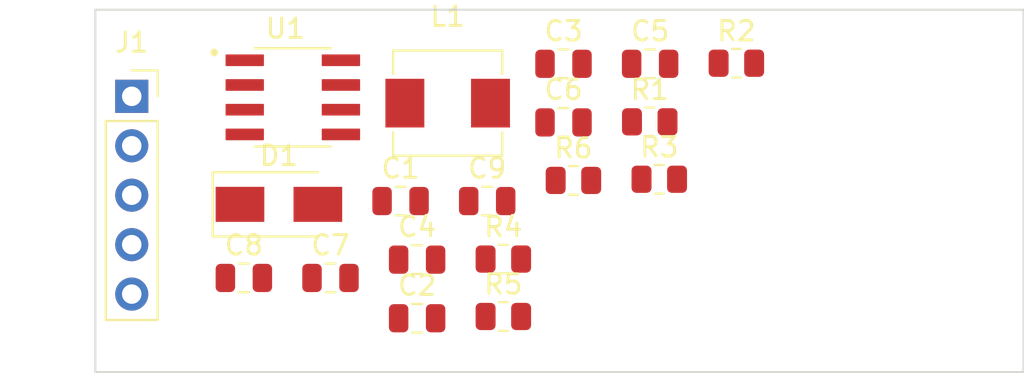
<source format=kicad_pcb>
(kicad_pcb (version 20211014) (generator pcbnew)
  (layers (0 "F.Cu" signal) (31 "B.Cu" signal) (34 "B.Paste" user) (35 "F.Paste" user) (36 "B.SilkS" user "B.Silkscreen") (37 "F.SilkS" user "F.Silkscreen") (38 "B.Mask" user) (39 "F.Mask" user) (44 "Edge.Cuts" user))
  (net 0 "")
  (net 1 "+5V")
  (net 2 "+12V")
  (net 3 "GND")
  (net 6 "Net-(C4-Pad1)")
  (net 7 "Net-(C4-Pad2)")
  (net 8 "Net-(C5-Pad1)")
  (net 9 "Net-(C6-Pad1)")
  (net 10 "Net-(C6-Pad2)")
  (net 11 "Net-(R1-Pad2)")
  (net 12 "Net-(R4-Pad2)")
  (net 13 "Net-(R5-Pad2)")
  (footprint "Capacitor_SMD:C_0805_2012Metric" (layer "F.Cu") (at 135.39 75.99)
    (fp_text reference "C7" (at 0 -1.68) (layer "F.SilkS"))
    (fp_text value "33u")
    (fp_line (start -0.261252 0.735) (end 0.261252 0.735) (layer "F.SilkS") (width 0.12))
    (fp_line (start -0.261252 -0.735) (end 0.261252 -0.735) (layer "F.SilkS") (width 0.12))
    (pad "1" smd roundrect (at -0.95 0) (size 1 1.45) (layers "F.Cu" "F.Paste" "F.Mask") (net 1 "+5V"))
    (pad "2" smd roundrect (at 0.95 0) (size 1 1.45) (layers "F.Cu" "F.Paste" "F.Mask") (net 3 "GND"))
  )
  (footprint "Capacitor_SMD:C_0805_2012Metric" (layer "F.Cu") (at 147.36 68)
    (fp_text reference "C6" (at 0 -1.68) (layer "F.SilkS"))
    (fp_text value "4.7n")
    (fp_line (start -0.261252 0.735) (end 0.261252 0.735) (layer "F.SilkS") (width 0.12))
    (fp_line (start -0.261252 -0.735) (end 0.261252 -0.735) (layer "F.SilkS") (width 0.12))
    (pad "1" smd roundrect (at -0.95 0) (size 1 1.45) (layers "F.Cu" "F.Paste" "F.Mask") (net 9 "Net-(C6-Pad1)"))
    (pad "2" smd roundrect (at 0.95 0) (size 1 1.45) (layers "F.Cu" "F.Paste" "F.Mask") (net 10 "Net-(C6-Pad2)"))
  )
  (footprint "Capacitor_SMD:C_0805_2012Metric" (layer "F.Cu") (at 147.36 64.99)
    (fp_text reference "C3" (at 0 -1.68) (layer "F.SilkS"))
    (fp_text value "4.7n")
    (fp_line (start -0.261252 0.735) (end 0.261252 0.735) (layer "F.SilkS") (width 0.12))
    (fp_line (start -0.261252 -0.735) (end 0.261252 -0.735) (layer "F.SilkS") (width 0.12))
    (pad "1" smd roundrect (at -0.95 0) (size 1 1.45) (layers "F.Cu" "F.Paste" "F.Mask") (net 2 "+12V"))
    (pad "2" smd roundrect (at 0.95 0) (size 1 1.45) (layers "F.Cu" "F.Paste" "F.Mask") (net 3 "GND"))
  )
  (footprint "Capacitor_SMD:C_0805_2012Metric" (layer "F.Cu") (at 139.84 78.06)
    (fp_text reference "C2" (at 0 -1.68) (layer "F.SilkS"))
    (fp_text value "4.7u")
    (fp_line (start -0.261252 -0.735) (end 0.261252 -0.735) (layer "F.SilkS") (width 0.12))
    (fp_line (start -0.261252 0.735) (end 0.261252 0.735) (layer "F.SilkS") (width 0.12))
    (pad "1" smd roundrect (at -0.95 0) (size 1 1.45) (layers "F.Cu" "F.Paste" "F.Mask") (net 2 "+12V"))
    (pad "2" smd roundrect (at 0.95 0) (size 1 1.45) (layers "F.Cu" "F.Paste" "F.Mask") (net 3 "GND"))
  )
  (footprint "Connector_PinSocket_2.54mm:PinSocket_1x05_P2.54mm_Vertical" (layer "F.Cu") (at 125.18 66.66)
    (fp_text reference "J1" (at 0 -2.77) (layer "F.SilkS"))
    (fp_text value "Conn_01x05_Male")
    (fp_line (start -1.33 1.27) (end 1.33 1.27) (layer "F.SilkS") (width 0.12))
    (fp_line (start -1.33 11.49) (end 1.33 11.49) (layer "F.SilkS") (width 0.12))
    (fp_line (start 0 -1.33) (end 1.33 -1.33) (layer "F.SilkS") (width 0.12))
    (fp_line (start 1.33 -1.33) (end 1.33 0) (layer "F.SilkS") (width 0.12))
    (fp_line (start -1.33 1.27) (end -1.33 11.49) (layer "F.SilkS") (width 0.12))
    (fp_line (start 1.33 1.27) (end 1.33 11.49) (layer "F.SilkS") (width 0.12))
    (pad "1" thru_hole rect (at 0 0) (size 1.7 1.7) (drill 1) (layers *.Cu *.Mask) (net 1 "+5V"))
    (pad "2" thru_hole oval (at 0 2.54) (size 1.7 1.7) (drill 1) (layers *.Cu *.Mask) (net 2 "+12V"))
    (pad "3" thru_hole oval (at 0 5.08) (size 1.7 1.7) (drill 1) (layers *.Cu *.Mask) (net 3 "GND"))
    (pad "4" thru_hole oval (at 0 7.62) (size 1.7 1.7) (drill 1) (layers *.Cu *.Mask))
    (pad "5" thru_hole oval (at 0 10.16) (size 1.7 1.7) (drill 1) (layers *.Cu *.Mask))
  )
  (footprint "Capacitor_SMD:C_0805_2012Metric" (layer "F.Cu") (at 138.99 72.04)
    (fp_text reference "C1" (at 0 -1.68) (layer "F.SilkS"))
    (fp_text value "4.7u")
    (fp_line (start -0.261252 -0.735) (end 0.261252 -0.735) (layer "F.SilkS") (width 0.12))
    (fp_line (start -0.261252 0.735) (end 0.261252 0.735) (layer "F.SilkS") (width 0.12))
    (pad "1" smd roundrect (at -0.95 0) (size 1 1.45) (layers "F.Cu" "F.Paste" "F.Mask") (net 2 "+12V"))
    (pad "2" smd roundrect (at 0.95 0) (size 1 1.45) (layers "F.Cu" "F.Paste" "F.Mask") (net 3 "GND"))
  )
  (footprint "Capacitor_SMD:C_0805_2012Metric" (layer "F.Cu") (at 130.94 75.99)
    (fp_text reference "C8" (at 0 -1.68) (layer "F.SilkS"))
    (fp_text value "39p")
    (fp_line (start -0.261252 -0.735) (end 0.261252 -0.735) (layer "F.SilkS") (width 0.12))
    (fp_line (start -0.261252 0.735) (end 0.261252 0.735) (layer "F.SilkS") (width 0.12))
    (pad "1" smd roundrect (at -0.95 0) (size 1 1.45) (layers "F.Cu" "F.Paste" "F.Mask") (net 9 "Net-(C6-Pad1)"))
    (pad "2" smd roundrect (at 0.95 0) (size 1 1.45) (layers "F.Cu" "F.Paste" "F.Mask") (net 3 "GND"))
  )
  (footprint "Resistor_SMD:R_0805_2012Metric" (layer "F.Cu") (at 144.27 77.97)
    (fp_text reference "R5" (at 0 -1.65) (layer "F.SilkS"))
    (fp_text value "10.2k")
    (fp_line (start -0.227064 -0.735) (end 0.227064 -0.735) (layer "F.SilkS") (width 0.12))
    (fp_line (start -0.227064 0.735) (end 0.227064 0.735) (layer "F.SilkS") (width 0.12))
    (pad "1" smd roundrect (at -0.9125 0) (size 1.025 1.4) (layers "F.Cu" "F.Paste" "F.Mask") (roundrect_rratio 0.243902) (net 12 "Net-(R4-Pad2)"))
    (pad "2" smd roundrect (at 0.9125 0) (size 1.025 1.4) (layers "F.Cu" "F.Paste" "F.Mask") (roundrect_rratio 0.243902) (net 13 "Net-(R5-Pad2)"))
  )
  (footprint "raspberrypi_supercap_ups_lib:Sunltech_SLO0530H" (layer "F.Cu") (at 141.41 67.01)
    (fp_text reference "L1" (at 0 -4.45) (layer "F.SilkS"))
    (fp_text value "6.8uH")
    (fp_line (start 2.8 -2.7) (end 2.8 -1.5) (layer "F.SilkS") (width 0.12))
    (fp_line (start -2.8 -2.7) (end 2.8 -2.7) (layer "F.SilkS") (width 0.12))
    (fp_line (start 2.8 2.7) (end -2.8 2.7) (layer "F.SilkS") (width 0.12))
    (fp_line (start 2.8 1.5) (end 2.8 2.7) (layer "F.SilkS") (width 0.12))
    (fp_line (start -2.8 -1.5) (end -2.8 -2.7) (layer "F.SilkS") (width 0.12))
    (fp_line (start -2.8 2.7) (end -2.8 1.5) (layer "F.SilkS") (width 0.12))
    (pad "1" smd rect (at -2.2 0) (size 2 2.5) (layers "F.Cu" "F.Paste" "F.Mask") (net 6 "Net-(C4-Pad1)"))
    (pad "2" smd rect (at 2.2 0) (size 2 2.5) (layers "F.Cu" "F.Paste" "F.Mask") (net 1 "+5V"))
  )
  (footprint "Resistor_SMD:R_0805_2012Metric" (layer "F.Cu") (at 144.27 75.02)
    (fp_text reference "R4" (at 0 -1.65) (layer "F.SilkS"))
    (fp_text value "0")
    (fp_line (start -0.227064 0.735) (end 0.227064 0.735) (layer "F.SilkS") (width 0.12))
    (fp_line (start -0.227064 -0.735) (end 0.227064 -0.735) (layer "F.SilkS") (width 0.12))
    (pad "1" smd roundrect (at -0.9125 0) (size 1.025 1.4) (layers "F.Cu" "F.Paste" "F.Mask") (roundrect_rratio 0.243902) (net 1 "+5V"))
    (pad "2" smd roundrect (at 0.9125 0) (size 1.025 1.4) (layers "F.Cu" "F.Paste" "F.Mask") (roundrect_rratio 0.243902) (net 12 "Net-(R4-Pad2)"))
  )
  (footprint "raspberrypi_supercap_ups_lib:SOIC127P599X175-8N" (layer "F.Cu") (at 133.455 66.7125)
    (fp_text reference "U1" (at -0.385 -3.537) (layer "F.SilkS"))
    (fp_text value "TPS54331DR")
    (fp_line (start -1.95 -2.525) (end 1.95 -2.525) (layer "F.SilkS") (width 0.127))
    (fp_line (start -1.95 2.525) (end 1.95 2.525) (layer "F.SilkS") (width 0.127))
    (fp_circle (center -4.04 -2.305) (end -3.94 -2.305) (layer "F.SilkS") (width 0.2) (fill none))
    (pad "1" smd roundrect locked (at -2.47 -1.905) (size 1.97 0.6) (layers "F.Cu" "F.Paste" "F.Mask") (roundrect_rratio 0.07) (net 7 "Net-(C4-Pad2)"))
    (pad "2" smd roundrect locked (at -2.47 -0.635) (size 1.97 0.6) (layers "F.Cu" "F.Paste" "F.Mask") (roundrect_rratio 0.07) (net 2 "+12V"))
    (pad "3" smd roundrect locked (at -2.47 0.635) (size 1.97 0.6) (layers "F.Cu" "F.Paste" "F.Mask") (roundrect_rratio 0.07) (net 11 "Net-(R1-Pad2)"))
    (pad "4" smd roundrect locked (at -2.47 1.905) (size 1.97 0.6) (layers "F.Cu" "F.Paste" "F.Mask") (roundrect_rratio 0.07) (net 8 "Net-(C5-Pad1)"))
    (pad "5" smd roundrect locked (at 2.47 1.905) (size 1.97 0.6) (layers "F.Cu" "F.Paste" "F.Mask") (roundrect_rratio 0.07) (net 13 "Net-(R5-Pad2)"))
    (pad "6" smd roundrect locked (at 2.47 0.635) (size 1.97 0.6) (layers "F.Cu" "F.Paste" "F.Mask") (roundrect_rratio 0.07) (net 9 "Net-(C6-Pad1)"))
    (pad "7" smd roundrect locked (at 2.47 -0.635) (size 1.97 0.6) (layers "F.Cu" "F.Paste" "F.Mask") (roundrect_rratio 0.07) (net 3 "GND"))
    (pad "8" smd roundrect locked (at 2.47 -1.905) (size 1.97 0.6) (layers "F.Cu" "F.Paste" "F.Mask") (roundrect_rratio 0.07) (net 6 "Net-(C4-Pad1)"))
  )
  (footprint "Resistor_SMD:R_0805_2012Metric" (layer "F.Cu") (at 156.24 64.96)
    (fp_text reference "R2" (at 0 -1.65) (layer "F.SilkS"))
    (fp_text value "68.1k")
    (fp_line (start -0.227064 -0.735) (end 0.227064 -0.735) (layer "F.SilkS") (width 0.12))
    (fp_line (start -0.227064 0.735) (end 0.227064 0.735) (layer "F.SilkS") (width 0.12))
    (pad "1" smd roundrect (at -0.9125 0) (size 1.025 1.4) (layers "F.Cu" "F.Paste" "F.Mask") (roundrect_rratio 0.243902) (net 11 "Net-(R1-Pad2)"))
    (pad "2" smd roundrect (at 0.9125 0) (size 1.025 1.4) (layers "F.Cu" "F.Paste" "F.Mask") (roundrect_rratio 0.243902) (net 3 "GND"))
  )
  (footprint "Capacitor_SMD:C_0805_2012Metric" (layer "F.Cu") (at 143.44 72.04)
    (fp_text reference "C9" (at 0 -1.68) (layer "F.SilkS"))
    (fp_text value "33u")
    (fp_line (start -0.261252 -0.735) (end 0.261252 -0.735) (layer "F.SilkS") (width 0.12))
    (fp_line (start -0.261252 0.735) (end 0.261252 0.735) (layer "F.SilkS") (width 0.12))
    (pad "1" smd roundrect (at -0.95 0) (size 1 1.45) (layers "F.Cu" "F.Paste" "F.Mask") (net 1 "+5V"))
    (pad "2" smd roundrect (at 0.95 0) (size 1 1.45) (layers "F.Cu" "F.Paste" "F.Mask") (net 3 "GND"))
  )
  (footprint "Resistor_SMD:R_0805_2012Metric" (layer "F.Cu") (at 147.87 70.98)
    (fp_text reference "R6" (at 0 -1.65) (layer "F.SilkS"))
    (fp_text value "3.24k")
    (fp_line (start -0.227064 -0.735) (end 0.227064 -0.735) (layer "F.SilkS") (width 0.12))
    (fp_line (start -0.227064 0.735) (end 0.227064 0.735) (layer "F.SilkS") (width 0.12))
    (pad "1" smd roundrect (at -0.9125 0) (size 1.025 1.4) (layers "F.Cu" "F.Paste" "F.Mask") (roundrect_rratio 0.243902) (net 13 "Net-(R5-Pad2)"))
    (pad "2" smd roundrect (at 0.9125 0) (size 1.025 1.4) (layers "F.Cu" "F.Paste" "F.Mask") (roundrect_rratio 0.243902) (net 3 "GND"))
  )
  (footprint "Diode_SMD:D_SMA" (layer "F.Cu") (at 132.74 72.21)
    (fp_text reference "D1" (at 0 -2.5) (layer "F.SilkS"))
    (fp_text value "B340A")
    (fp_line (start -3.4 -1.65) (end -3.4 1.65) (layer "F.SilkS") (width 0.12))
    (fp_line (start -3.4 -1.65) (end 2 -1.65) (layer "F.SilkS") (width 0.12))
    (fp_line (start -3.4 1.65) (end 2 1.65) (layer "F.SilkS") (width 0.12))
    (pad "1" smd rect (at -2 0) (size 2.5 1.8) (layers "F.Cu" "F.Paste" "F.Mask") (net 6 "Net-(C4-Pad1)"))
    (pad "2" smd rect (at 2 0) (size 2.5 1.8) (layers "F.Cu" "F.Paste" "F.Mask") (net 3 "GND"))
  )
  (footprint "Resistor_SMD:R_0805_2012Metric" (layer "F.Cu") (at 151.79 67.97)
    (fp_text reference "R1" (at 0 -1.65) (layer "F.SilkS"))
    (fp_text value "332k")
    (fp_line (start -0.227064 -0.735) (end 0.227064 -0.735) (layer "F.SilkS") (width 0.12))
    (fp_line (start -0.227064 0.735) (end 0.227064 0.735) (layer "F.SilkS") (width 0.12))
    (pad "1" smd roundrect (at -0.9125 0) (size 1.025 1.4) (layers "F.Cu" "F.Paste" "F.Mask") (roundrect_rratio 0.243902) (net 2 "+12V"))
    (pad "2" smd roundrect (at 0.9125 0) (size 1.025 1.4) (layers "F.Cu" "F.Paste" "F.Mask") (roundrect_rratio 0.243902) (net 11 "Net-(R1-Pad2)"))
  )
  (footprint "Capacitor_SMD:C_0805_2012Metric" (layer "F.Cu") (at 151.81 64.99)
    (fp_text reference "C5" (at 0 -1.68) (layer "F.SilkS"))
    (fp_text value "0.01u")
    (fp_line (start -0.261252 -0.735) (end 0.261252 -0.735) (layer "F.SilkS") (width 0.12))
    (fp_line (start -0.261252 0.735) (end 0.261252 0.735) (layer "F.SilkS") (width 0.12))
    (pad "1" smd roundrect (at -0.95 0) (size 1 1.45) (layers "F.Cu" "F.Paste" "F.Mask") (net 8 "Net-(C5-Pad1)"))
    (pad "2" smd roundrect (at 0.95 0) (size 1 1.45) (layers "F.Cu" "F.Paste" "F.Mask") (net 3 "GND"))
  )
  (footprint "Resistor_SMD:R_0805_2012Metric" (layer "F.Cu") (at 152.28 70.92)
    (fp_text reference "R3" (at 0 -1.65) (layer "F.SilkS"))
    (fp_text value "49.9k")
    (fp_line (start -0.227064 -0.735) (end 0.227064 -0.735) (layer "F.SilkS") (width 0.12))
    (fp_line (start -0.227064 0.735) (end 0.227064 0.735) (layer "F.SilkS") (width 0.12))
    (pad "1" smd roundrect (at -0.9125 0) (size 1.025 1.4) (layers "F.Cu" "F.Paste" "F.Mask") (roundrect_rratio 0.243902) (net 10 "Net-(C6-Pad2)"))
    (pad "2" smd roundrect (at 0.9125 0) (size 1.025 1.4) (layers "F.Cu" "F.Paste" "F.Mask") (roundrect_rratio 0.243902) (net 3 "GND"))
  )
  (footprint "Capacitor_SMD:C_0805_2012Metric" (layer "F.Cu") (at 139.84 75.05)
    (fp_text reference "C4" (at 0 -1.68) (layer "F.SilkS"))
    (fp_text value "0.1u")
    (fp_line (start -0.261252 0.735) (end 0.261252 0.735) (layer "F.SilkS") (width 0.12))
    (fp_line (start -0.261252 -0.735) (end 0.261252 -0.735) (layer "F.SilkS") (width 0.12))
    (pad "1" smd roundrect (at -0.95 0) (size 1 1.45) (layers "F.Cu" "F.Paste" "F.Mask") (net 6 "Net-(C4-Pad1)"))
    (pad "2" smd roundrect (at 0.95 0) (size 1 1.45) (layers "F.Cu" "F.Paste" "F.Mask") (net 7 "Net-(C4-Pad2)"))
  )
  (gr_rect (start 123.31 62.21) (end 170.99 80.83) (layer "Edge.Cuts") (width 0.1) (fill none))
)
</source>
